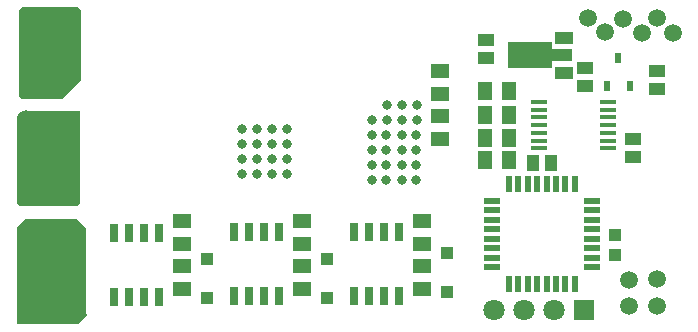
<source format=gbr>
G04 EAGLE Gerber RS-274X export*
G75*
%MOMM*%
%FSLAX34Y34*%
%LPD*%
%INSoldermask Top*%
%IPPOS*%
%AMOC8*
5,1,8,0,0,1.08239X$1,22.5*%
G01*
%ADD10R,1.600000X1.300000*%
%ADD11R,1.390000X1.050000*%
%ADD12R,1.050000X1.390000*%
%ADD13R,1.070000X0.980000*%
%ADD14R,1.475000X0.450000*%
%ADD15R,0.700000X1.525000*%
%ADD16R,1.500000X1.000000*%
%ADD17R,1.800000X1.000000*%
%ADD18R,3.700000X2.200000*%
%ADD19R,0.600000X1.475000*%
%ADD20R,1.475000X0.600000*%
%ADD21R,0.600000X0.850000*%
%ADD22R,1.100000X1.000000*%
%ADD23R,1.300000X1.600000*%
%ADD24R,1.800000X1.800000*%
%ADD25C,1.800000*%
%ADD26C,1.500000*%
%ADD27C,0.825000*%

G36*
X55883Y2415D02*
X55883Y2415D01*
X55886Y2414D01*
X55969Y2451D01*
X63589Y10071D01*
X63590Y10073D01*
X63592Y10074D01*
X63609Y10118D01*
X63626Y10162D01*
X63625Y10164D01*
X63626Y10166D01*
X63589Y10249D01*
X62356Y11482D01*
X62356Y83820D01*
X62355Y83823D01*
X62356Y83826D01*
X62319Y83909D01*
X54699Y91529D01*
X54696Y91531D01*
X54695Y91533D01*
X54610Y91566D01*
X10795Y91566D01*
X10792Y91565D01*
X10789Y91566D01*
X10706Y91529D01*
X3721Y84544D01*
X3720Y84541D01*
X3717Y84540D01*
X3684Y84455D01*
X3684Y2540D01*
X3685Y2538D01*
X3684Y2536D01*
X3704Y2493D01*
X3722Y2449D01*
X3724Y2449D01*
X3725Y2447D01*
X3810Y2414D01*
X55880Y2414D01*
X55883Y2415D01*
G37*
G36*
X54613Y102745D02*
X54613Y102745D01*
X54616Y102744D01*
X54699Y102781D01*
X57239Y105321D01*
X57241Y105324D01*
X57243Y105325D01*
X57276Y105410D01*
X57276Y182880D01*
X57275Y182882D01*
X57276Y182884D01*
X57256Y182927D01*
X57238Y182971D01*
X57236Y182971D01*
X57235Y182973D01*
X57150Y183006D01*
X8255Y183006D01*
X8252Y183005D01*
X8249Y183006D01*
X8166Y182969D01*
X3721Y178524D01*
X3720Y178521D01*
X3717Y178520D01*
X3684Y178435D01*
X3684Y105410D01*
X3685Y105407D01*
X3684Y105404D01*
X3721Y105321D01*
X6261Y102781D01*
X6264Y102780D01*
X6265Y102777D01*
X6350Y102744D01*
X54610Y102744D01*
X54613Y102745D01*
G37*
G36*
X41913Y192915D02*
X41913Y192915D01*
X41916Y192914D01*
X41999Y192951D01*
X58509Y209461D01*
X58511Y209464D01*
X58513Y209465D01*
X58546Y209550D01*
X58546Y267335D01*
X58545Y267338D01*
X58546Y267341D01*
X58509Y267424D01*
X55334Y270599D01*
X55331Y270601D01*
X55330Y270603D01*
X55245Y270636D01*
X8255Y270636D01*
X8252Y270635D01*
X8249Y270636D01*
X8166Y270599D01*
X5626Y268059D01*
X5625Y268056D01*
X5622Y268055D01*
X5589Y267970D01*
X5589Y195580D01*
X5590Y195577D01*
X5589Y195574D01*
X5626Y195491D01*
X8166Y192951D01*
X8169Y192950D01*
X8170Y192947D01*
X8255Y192914D01*
X41910Y192914D01*
X41913Y192915D01*
G37*
D10*
X245110Y70010D03*
X245110Y90010D03*
X143510Y70010D03*
X143510Y90010D03*
D11*
X485140Y218955D03*
X485140Y203955D03*
X525145Y144265D03*
X525145Y159265D03*
D10*
X346710Y51910D03*
X346710Y31910D03*
X346710Y70010D03*
X346710Y90010D03*
X143510Y51910D03*
X143510Y31910D03*
D12*
X440810Y138430D03*
X455810Y138430D03*
D11*
X400685Y228085D03*
X400685Y243085D03*
X546100Y216415D03*
X546100Y201415D03*
D10*
X245110Y51910D03*
X245110Y31910D03*
D13*
X368300Y62220D03*
X368300Y29220D03*
X266700Y57140D03*
X266700Y24140D03*
X165100Y57140D03*
X165100Y24140D03*
D14*
X504360Y151315D03*
X504360Y157815D03*
X504360Y164315D03*
X504360Y170815D03*
X504360Y177315D03*
X504360Y183815D03*
X504360Y190315D03*
X445600Y190315D03*
X445600Y183815D03*
X445600Y177315D03*
X445600Y170815D03*
X445600Y164315D03*
X445600Y157815D03*
X445600Y151315D03*
D15*
X289560Y26220D03*
X302260Y26220D03*
X314960Y26220D03*
X327660Y26220D03*
X327660Y80460D03*
X314960Y80460D03*
X302260Y80460D03*
X289560Y80460D03*
D16*
X467030Y214870D03*
D17*
X465530Y229870D03*
D16*
X467030Y244870D03*
D18*
X438030Y229870D03*
D19*
X476310Y121120D03*
X468310Y121120D03*
X460310Y121120D03*
X452310Y121120D03*
X444310Y121120D03*
X436310Y121120D03*
X428310Y121120D03*
X420310Y121120D03*
D20*
X405930Y106740D03*
X405930Y98740D03*
X405930Y90740D03*
X405930Y82740D03*
X405930Y74740D03*
X405930Y66740D03*
X405930Y58740D03*
X405930Y50740D03*
D19*
X420310Y36360D03*
X428310Y36360D03*
X436310Y36360D03*
X444310Y36360D03*
X452310Y36360D03*
X460310Y36360D03*
X468310Y36360D03*
X476310Y36360D03*
D20*
X490690Y50740D03*
X490690Y58740D03*
X490690Y66740D03*
X490690Y74740D03*
X490690Y82740D03*
X490690Y90740D03*
X490690Y98740D03*
X490690Y106740D03*
D15*
X187960Y26220D03*
X200660Y26220D03*
X213360Y26220D03*
X226060Y26220D03*
X226060Y80460D03*
X213360Y80460D03*
X200660Y80460D03*
X187960Y80460D03*
X86360Y24950D03*
X99060Y24950D03*
X111760Y24950D03*
X124460Y24950D03*
X124460Y79190D03*
X111760Y79190D03*
X99060Y79190D03*
X86360Y79190D03*
D21*
X503480Y203900D03*
X522680Y203900D03*
X513080Y227900D03*
D22*
X510540Y60715D03*
X510540Y77715D03*
D23*
X400210Y160020D03*
X420210Y160020D03*
X420210Y199390D03*
X400210Y199390D03*
X420210Y179705D03*
X400210Y179705D03*
X420210Y140970D03*
X400210Y140970D03*
D24*
X483870Y13970D03*
D25*
X458470Y13970D03*
X433070Y13970D03*
X407670Y13970D03*
D10*
X361950Y158910D03*
X361950Y178910D03*
X361950Y217010D03*
X361950Y197010D03*
D26*
X546100Y17780D03*
X521970Y17780D03*
X521970Y39370D03*
X546100Y40640D03*
X516890Y260985D03*
X546100Y261620D03*
X532765Y248920D03*
X487680Y261620D03*
X501650Y249555D03*
X559435Y248920D03*
D27*
X342900Y175260D03*
X330200Y175260D03*
X317500Y175260D03*
X304800Y175260D03*
D26*
X15240Y209550D03*
X44450Y209550D03*
X44450Y234950D03*
X15240Y234950D03*
X15240Y260350D03*
X44450Y260350D03*
D27*
X330200Y124460D03*
X330200Y137160D03*
X330200Y149860D03*
X330200Y162560D03*
X341630Y124460D03*
X341630Y137160D03*
X341630Y149860D03*
X341630Y162560D03*
X304800Y124460D03*
X304800Y137160D03*
X304800Y149860D03*
X304800Y162560D03*
X316230Y124460D03*
X316230Y137160D03*
X316230Y149860D03*
X316230Y162560D03*
X342900Y187960D03*
X330200Y187960D03*
X317500Y187960D03*
D26*
X11430Y175895D03*
D27*
X232410Y167640D03*
X219710Y167640D03*
X219710Y154940D03*
X232410Y154940D03*
X232410Y142240D03*
X219710Y142240D03*
X219710Y129540D03*
X232410Y129540D03*
X207010Y167640D03*
X194310Y167640D03*
X194310Y154940D03*
X207010Y154940D03*
X207010Y142240D03*
X194310Y142240D03*
X194310Y129540D03*
X207010Y129540D03*
D26*
X48260Y16510D03*
X19050Y16510D03*
X19050Y43180D03*
X46990Y71120D03*
X19050Y71120D03*
X48260Y43180D03*
M02*

</source>
